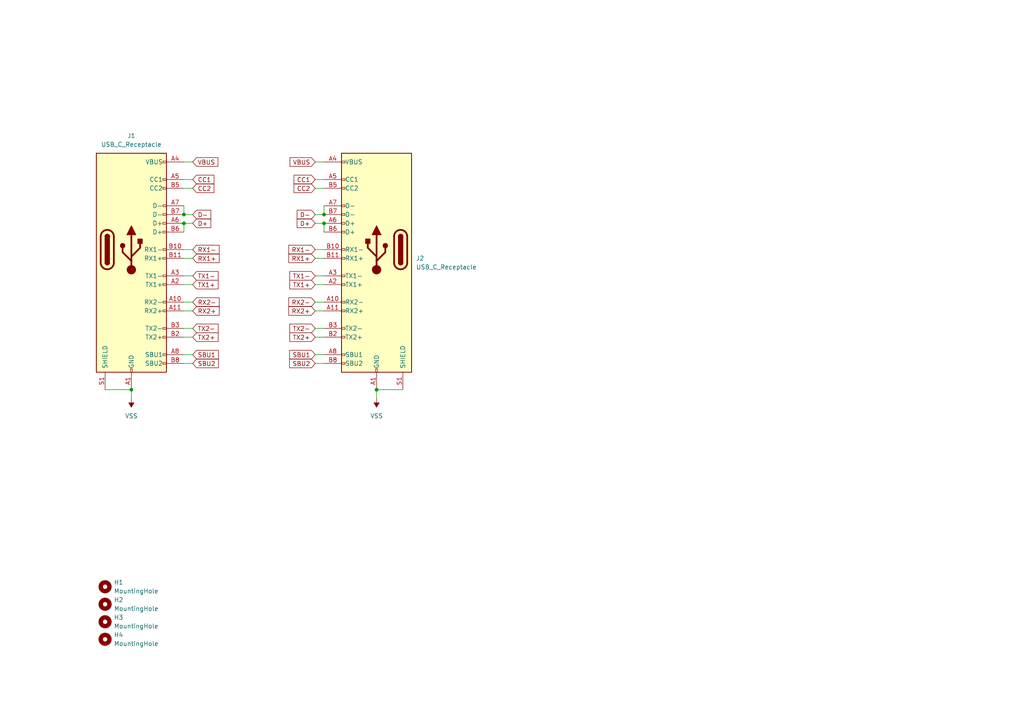
<source format=kicad_sch>
(kicad_sch (version 20211123) (generator eeschema)
  (paper "A4")
  (lib_symbols
    (symbol "Connector:USB_C_Receptacle" (pin_names (offset 1.016))
      (property "Reference" "J" (at -10.16 29.21 0))
      (property "Value" "USB_C_Receptacle" (at 10.16 29.21 0))
      (symbol "USB_C_Receptacle_0_0"
        (rectangle (start -0.254 -35.56) (end 0.254 -34.544))
        (rectangle (start 10.16 -32.766) (end 9.144 -33.274))
        (rectangle (start 10.16 -30.226) (end 9.144 -30.734))
        (rectangle (start 10.16 -25.146) (end 9.144 -25.654))
        (rectangle (start 10.16 -22.606) (end 9.144 -23.114))
        (rectangle (start 10.16 -17.526) (end 9.144 -18.034))
        (rectangle (start 10.16 -14.986) (end 9.144 -15.494))
        (rectangle (start 10.16 -9.906) (end 9.144 -10.414))
        (rectangle (start 10.16 -7.366) (end 9.144 -7.874))
        (rectangle (start 10.16 -2.286) (end 9.144 -2.794))
        (rectangle (start 10.16 0.254) (end 9.144 -0.254))
        (rectangle (start 10.16 5.334) (end 9.144 4.826))
        (rectangle (start 10.16 7.874) (end 9.144 7.366))
        (rectangle (start 10.16 10.414) (end 9.144 9.906))
        (rectangle (start 10.16 12.954) (end 9.144 12.446))
        (rectangle (start 10.16 18.034) (end 9.144 17.526))
        (rectangle (start 10.16 20.574) (end 9.144 20.066))
        (rectangle (start 10.16 25.654) (end 9.144 25.146))
      )
      (symbol "USB_C_Receptacle_0_1"
        (rectangle (start -10.16 27.94) (end 10.16 -35.56) (stroke (width 0.254)) (fill (type background)))
        (arc (start -8.89 -3.81) (mid -6.985 -5.715) (end -5.08 -3.81) (stroke (width 0.508)))
        (arc (start -7.62 -3.81) (mid -6.985 -4.445) (end -6.35 -3.81) (stroke (width 0.254)))
        (arc (start -7.62 -3.81) (mid -6.985 -4.445) (end -6.35 -3.81) (stroke (width 0.254)) (fill (type outline)))
        (rectangle (start -7.62 -3.81) (end -6.35 3.81) (stroke (width 0.254)) (fill (type outline)))
        (arc (start -6.35 3.81) (mid -6.985 4.445) (end -7.62 3.81) (stroke (width 0.254)))
        (arc (start -6.35 3.81) (mid -6.985 4.445) (end -7.62 3.81) (stroke (width 0.254)) (fill (type outline)))
        (arc (start -5.08 3.81) (mid -6.985 5.715) (end -8.89 3.81) (stroke (width 0.508)))
        (polyline (pts (xy -8.89 -3.81) (xy -8.89 3.81)) (stroke (width 0.508)))
        (polyline (pts (xy -5.08 3.81) (xy -5.08 -3.81)) (stroke (width 0.508)))
      )
      (symbol "USB_C_Receptacle_1_1"
        (circle (center -2.54 1.143) (radius 0.635) (stroke (width 0.254)) (fill (type outline)))
        (circle (center 0 -5.842) (radius 1.27) (fill (type outline)))
        (polyline (pts (xy 0 -5.842) (xy 0 4.318)) (stroke (width 0.508)))
        (polyline (pts (xy 0 -3.302) (xy -2.54 -0.762) (xy -2.54 0.508)) (stroke (width 0.508)))
        (polyline (pts (xy 0 -2.032) (xy 2.54 0.508) (xy 2.54 1.778)) (stroke (width 0.508)))
        (polyline (pts (xy -1.27 4.318) (xy 0 6.858) (xy 1.27 4.318) (xy -1.27 4.318)) (stroke (width 0.254)) (fill (type outline)))
        (rectangle (start 1.905 1.778) (end 3.175 3.048) (stroke (width 0.254)) (fill (type outline)))
        (pin passive line (at 0 -40.64 90) (length 5.08) (name "GND") (number "A1"))
        (pin bidirectional line (at 15.24 -15.24 180) (length 5.08) (name "RX2-") (number "A10"))
        (pin bidirectional line (at 15.24 -17.78 180) (length 5.08) (name "RX2+") (number "A11"))
        (pin passive line (at 0 -40.64 90) (length 5.08) hide (name "GND") (number "A12"))
        (pin bidirectional line (at 15.24 -10.16 180) (length 5.08) (name "TX1+") (number "A2"))
        (pin bidirectional line (at 15.24 -7.62 180) (length 5.08) (name "TX1-") (number "A3"))
        (pin passive line (at 15.24 25.4 180) (length 5.08) (name "VBUS") (number "A4"))
        (pin bidirectional line (at 15.24 20.32 180) (length 5.08) (name "CC1") (number "A5"))
        (pin bidirectional line (at 15.24 7.62 180) (length 5.08) (name "D+") (number "A6"))
        (pin bidirectional line (at 15.24 12.7 180) (length 5.08) (name "D-") (number "A7"))
        (pin bidirectional line (at 15.24 -30.48 180) (length 5.08) (name "SBU1") (number "A8"))
        (pin passive line (at 15.24 25.4 180) (length 5.08) hide (name "VBUS") (number "A9"))
        (pin passive line (at 0 -40.64 90) (length 5.08) hide (name "GND") (number "B1"))
        (pin bidirectional line (at 15.24 0 180) (length 5.08) (name "RX1-") (number "B10"))
        (pin bidirectional line (at 15.24 -2.54 180) (length 5.08) (name "RX1+") (number "B11"))
        (pin passive line (at 0 -40.64 90) (length 5.08) hide (name "GND") (number "B12"))
        (pin bidirectional line (at 15.24 -25.4 180) (length 5.08) (name "TX2+") (number "B2"))
        (pin bidirectional line (at 15.24 -22.86 180) (length 5.08) (name "TX2-") (number "B3"))
        (pin passive line (at 15.24 25.4 180) (length 5.08) hide (name "VBUS") (number "B4"))
        (pin bidirectional line (at 15.24 17.78 180) (length 5.08) (name "CC2") (number "B5"))
        (pin bidirectional line (at 15.24 5.08 180) (length 5.08) (name "D+") (number "B6"))
        (pin bidirectional line (at 15.24 10.16 180) (length 5.08) (name "D-") (number "B7"))
        (pin bidirectional line (at 15.24 -33.02 180) (length 5.08) (name "SBU2") (number "B8"))
        (pin passive line (at 15.24 25.4 180) (length 5.08) hide (name "VBUS") (number "B9"))
        (pin passive line (at -7.62 -40.64 90) (length 5.08) (name "SHIELD") (number "S1"))
      )
    )
    (symbol "Mechanical:MountingHole" (pin_names (offset 1.016))
      (property "Reference" "H" (at 0 5.08 0))
      (property "Value" "MountingHole" (at 0 3.175 0))
      (symbol "MountingHole_0_1"
        (circle (center 0 0) (radius 1.27) (stroke (width 1.27)))
      )
    )
    (symbol "power:VSS" (power) (pin_names (offset 0))
      (property "Value" "VSS" (at 0 3.81 0))
      (symbol "VSS_0_1"
        (polyline (pts (xy 0 0) (xy 0 2.54)))
        (polyline (pts (xy 0.762 1.27) (xy -0.762 1.27) (xy 0 2.54) (xy 0.762 1.27)) (fill (type outline)))
      )
      (symbol "VSS_1_1"
        (pin power_in line (at 0 0 90) (length 0) hide (name "VSS") (number "1"))
      )
    )
  )
  (junction (at 93.98 62.23))
  (junction (at 53.34 64.77))
  (junction (at 93.98 64.77))
  (junction (at 38.1 113.03))
  (junction (at 53.34 62.23))
  (junction (at 109.22 113.03))
  (wire (pts (xy 93.98 52.07) (xy 91.44 52.07)))
  (wire (pts (xy 53.34 59.69) (xy 53.34 62.23)))
  (wire (pts (xy 93.98 102.87) (xy 91.44 102.87)))
  (wire (pts (xy 109.22 113.03) (xy 116.84 113.03)))
  (wire (pts (xy 53.34 95.25) (xy 55.88 95.25)))
  (wire (pts (xy 53.34 87.63) (xy 55.88 87.63)))
  (wire (pts (xy 55.88 64.77) (xy 53.34 64.77)))
  (wire (pts (xy 53.34 102.87) (xy 55.88 102.87)))
  (wire (pts (xy 93.98 46.99) (xy 91.44 46.99)))
  (wire (pts (xy 38.1 115.57) (xy 38.1 113.03)))
  (wire (pts (xy 93.98 97.79) (xy 91.44 97.79)))
  (wire (pts (xy 53.34 90.17) (xy 55.88 90.17)))
  (wire (pts (xy 93.98 64.77) (xy 93.98 67.31)))
  (wire (pts (xy 53.34 80.01) (xy 55.88 80.01)))
  (wire (pts (xy 93.98 59.69) (xy 93.98 62.23)))
  (wire (pts (xy 53.34 74.93) (xy 55.88 74.93)))
  (wire (pts (xy 93.98 54.61) (xy 91.44 54.61)))
  (wire (pts (xy 93.98 74.93) (xy 91.44 74.93)))
  (wire (pts (xy 91.44 62.23) (xy 93.98 62.23)))
  (wire (pts (xy 53.34 54.61) (xy 55.88 54.61)))
  (wire (pts (xy 93.98 87.63) (xy 91.44 87.63)))
  (wire (pts (xy 55.88 62.23) (xy 53.34 62.23)))
  (wire (pts (xy 53.34 46.99) (xy 55.88 46.99)))
  (wire (pts (xy 53.34 97.79) (xy 55.88 97.79)))
  (wire (pts (xy 53.34 64.77) (xy 53.34 67.31)))
  (wire (pts (xy 93.98 80.01) (xy 91.44 80.01)))
  (wire (pts (xy 93.98 72.39) (xy 91.44 72.39)))
  (wire (pts (xy 93.98 95.25) (xy 91.44 95.25)))
  (wire (pts (xy 53.34 105.41) (xy 55.88 105.41)))
  (wire (pts (xy 38.1 113.03) (xy 30.48 113.03)))
  (wire (pts (xy 53.34 72.39) (xy 55.88 72.39)))
  (wire (pts (xy 53.34 52.07) (xy 55.88 52.07)))
  (wire (pts (xy 91.44 64.77) (xy 93.98 64.77)))
  (wire (pts (xy 93.98 90.17) (xy 91.44 90.17)))
  (wire (pts (xy 93.98 105.41) (xy 91.44 105.41)))
  (wire (pts (xy 109.22 115.57) (xy 109.22 113.03)))
  (wire (pts (xy 53.34 82.55) (xy 55.88 82.55)))
  (wire (pts (xy 93.98 82.55) (xy 91.44 82.55)))
  (global_label "TX1-" (shape input) (at 91.44 80.01 180) (property "Intersheet References" "${INTERSHEET_REFS}" (effects hide)))
  (global_label "D+" (shape input) (at 91.44 64.77 180) (property "Intersheet References" "${INTERSHEET_REFS}" (effects hide)))
  (global_label "TX2-" (shape input) (at 55.88 95.25 0) (property "Intersheet References" "${INTERSHEET_REFS}" (effects hide)))
  (global_label "RX1+" (shape input) (at 91.44 74.93 180) (property "Intersheet References" "${INTERSHEET_REFS}" (effects hide)))
  (global_label "D-" (shape input) (at 91.44 62.23 180) (property "Intersheet References" "${INTERSHEET_REFS}" (effects hide)))
  (global_label "SBU2" (shape input) (at 91.44 105.41 180) (property "Intersheet References" "${INTERSHEET_REFS}" (effects hide)))
  (global_label "TX2+" (shape input) (at 91.44 97.79 180) (property "Intersheet References" "${INTERSHEET_REFS}" (effects hide)))
  (global_label "TX1-" (shape input) (at 55.88 80.01 0) (property "Intersheet References" "${INTERSHEET_REFS}" (effects hide)))
  (global_label "VBUS" (shape input) (at 55.88 46.99 0) (property "Intersheet References" "${INTERSHEET_REFS}" (effects hide)))
  (global_label "VBUS" (shape input) (at 91.44 46.99 180) (property "Intersheet References" "${INTERSHEET_REFS}" (effects hide)))
  (global_label "CC2" (shape input) (at 55.88 54.61 0) (property "Intersheet References" "${INTERSHEET_REFS}" (effects hide)))
  (global_label "SBU1" (shape input) (at 55.88 102.87 0) (property "Intersheet References" "${INTERSHEET_REFS}" (effects hide)))
  (global_label "RX2-" (shape input) (at 55.88 87.63 0) (property "Intersheet References" "${INTERSHEET_REFS}" (effects hide)))
  (global_label "RX1+" (shape input) (at 55.88 74.93 0) (property "Intersheet References" "${INTERSHEET_REFS}" (effects hide)))
  (global_label "TX1+" (shape input) (at 55.88 82.55 0) (property "Intersheet References" "${INTERSHEET_REFS}" (effects hide)))
  (global_label "TX2-" (shape input) (at 91.44 95.25 180) (property "Intersheet References" "${INTERSHEET_REFS}" (effects hide)))
  (global_label "RX2+" (shape input) (at 55.88 90.17 0) (property "Intersheet References" "${INTERSHEET_REFS}" (effects hide)))
  (global_label "TX2+" (shape input) (at 55.88 97.79 0) (property "Intersheet References" "${INTERSHEET_REFS}" (effects hide)))
  (global_label "TX1+" (shape input) (at 91.44 82.55 180) (property "Intersheet References" "${INTERSHEET_REFS}" (effects hide)))
  (global_label "RX1-" (shape input) (at 91.44 72.39 180) (property "Intersheet References" "${INTERSHEET_REFS}" (effects hide)))
  (global_label "CC1" (shape input) (at 55.88 52.07 0) (property "Intersheet References" "${INTERSHEET_REFS}" (effects hide)))
  (global_label "RX2-" (shape input) (at 91.44 87.63 180) (property "Intersheet References" "${INTERSHEET_REFS}" (effects hide)))
  (global_label "D-" (shape input) (at 55.88 62.23 0) (property "Intersheet References" "${INTERSHEET_REFS}" (effects hide)))
  (global_label "CC2" (shape input) (at 91.44 54.61 180) (property "Intersheet References" "${INTERSHEET_REFS}" (effects hide)))
  (global_label "D+" (shape input) (at 55.88 64.77 0) (property "Intersheet References" "${INTERSHEET_REFS}" (effects hide)))
  (global_label "RX1-" (shape input) (at 55.88 72.39 0) (property "Intersheet References" "${INTERSHEET_REFS}" (effects hide)))
  (global_label "RX2+" (shape input) (at 91.44 90.17 180) (property "Intersheet References" "${INTERSHEET_REFS}" (effects hide)))
  (global_label "SBU1" (shape input) (at 91.44 102.87 180) (property "Intersheet References" "${INTERSHEET_REFS}" (effects hide)))
  (global_label "SBU2" (shape input) (at 55.88 105.41 0) (property "Intersheet References" "${INTERSHEET_REFS}" (effects hide)))
  (global_label "CC1" (shape input) (at 91.44 52.07 180) (property "Intersheet References" "${INTERSHEET_REFS}" (effects hide)))
  (symbol (lib_id "Mechanical:MountingHole") (at 30.48 185.42 0) (unit 1)
    (property "Reference" "H4" (at 33.02 184.1499 0) (effects (justify left)))
    (property "Value" "MountingHole" (at 33.02 186.6899 0) (effects (justify left)))
    (property "Footprint" "MountingHole:MountingHole_3.2mm_M3" (effects hide))
  )
  (symbol (lib_id "Mechanical:MountingHole") (at 30.48 170.18 0) (unit 1)
    (property "Reference" "H1" (at 33.02 168.9099 0) (effects (justify left)))
    (property "Value" "MountingHole" (at 33.02 171.4499 0) (effects (justify left)))
    (property "Footprint" "MountingHole:MountingHole_3.2mm_M3" (effects hide))
  )
  (symbol (lib_id "Mechanical:MountingHole") (at 30.48 180.34 0) (unit 1)
    (property "Reference" "H3" (at 33.02 179.0699 0) (effects (justify left)))
    (property "Value" "MountingHole" (at 33.02 181.6099 0) (effects (justify left)))
    (property "Footprint" "MountingHole:MountingHole_3.2mm_M3" (effects hide))
  )
  (symbol (lib_id "power:VSS") (at 38.1 115.57 180) (unit 1)
    (property "Reference" "#PWR01" (effects hide))
    (property "Value" "VSS" (at 38.1 120.65 0))
  )
  (symbol (lib_id "Connector:USB_C_Receptacle") (at 109.22 72.39 0) (mirror y) (unit 1)
    (property "Reference" "J2" (at 120.65 74.9299 0) (effects (justify right)))
    (property "Value" "USB_C_Receptacle" (at 120.65 77.4699 0) (effects (justify right)))
    (property "Footprint" "T7Totem:TYPEC-324-BCP24 USBC Female" (effects hide))
    (property "Datasheet" "https://www.usb.org/sites/default/files/documents/usb_type-c.zip" (effects hide))
  )
  (symbol (lib_id "Mechanical:MountingHole") (at 30.48 175.26 0) (unit 1)
    (property "Reference" "H2" (at 33.02 173.9899 0) (effects (justify left)))
    (property "Value" "MountingHole" (at 33.02 176.5299 0) (effects (justify left)))
    (property "Footprint" "MountingHole:MountingHole_3.2mm_M3" (effects hide))
  )
  (symbol (lib_id "power:VSS") (at 109.22 115.57 180) (unit 1)
    (property "Reference" "#PWR02" (effects hide))
    (property "Value" "VSS" (at 109.22 120.65 0))
  )
  (symbol (lib_id "Connector:USB_C_Receptacle") (at 38.1 72.39 0) (unit 1)
    (property "Reference" "J1" (at 38.1 39.37 0))
    (property "Value" "USB_C_Receptacle" (at 38.1 41.91 0))
    (property "Footprint" "T7Totem:U263-241N-4BQC15 Male USBC" (effects hide))
    (property "Datasheet" "https://www.usb.org/sites/default/files/documents/usb_type-c.zip" (effects hide))
  )
)
</source>
